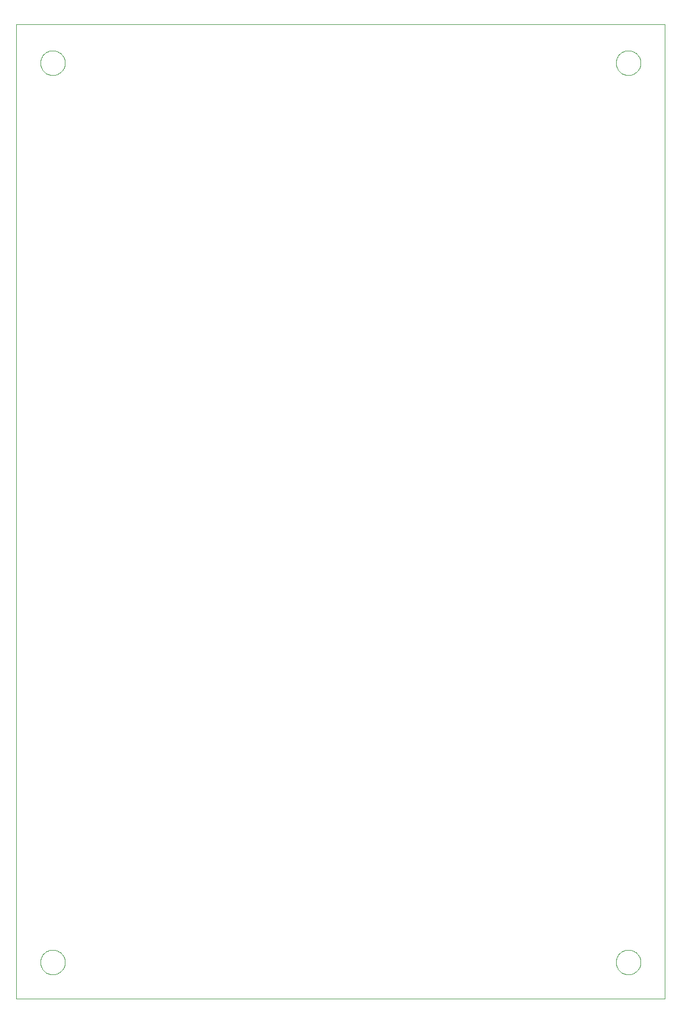
<source format=gko>
G75*
%MOIN*%
%OFA0B0*%
%FSLAX24Y24*%
%IPPOS*%
%LPD*%
%AMOC8*
5,1,8,0,0,1.08239X$1,22.5*
%
%ADD10C,0.0000*%
D10*
X003651Y000200D02*
X003651Y060320D01*
X043643Y060320D01*
X043643Y000200D01*
X003651Y000200D01*
X005141Y002450D02*
X005143Y002505D01*
X005149Y002559D01*
X005159Y002613D01*
X005172Y002667D01*
X005190Y002719D01*
X005211Y002769D01*
X005236Y002818D01*
X005264Y002865D01*
X005296Y002910D01*
X005331Y002952D01*
X005368Y002992D01*
X005409Y003029D01*
X005452Y003063D01*
X005497Y003094D01*
X005545Y003121D01*
X005594Y003145D01*
X005645Y003166D01*
X005698Y003182D01*
X005751Y003195D01*
X005805Y003204D01*
X005860Y003209D01*
X005915Y003210D01*
X005970Y003207D01*
X006024Y003200D01*
X006078Y003189D01*
X006131Y003174D01*
X006182Y003156D01*
X006233Y003134D01*
X006281Y003108D01*
X006328Y003079D01*
X006372Y003047D01*
X006414Y003011D01*
X006453Y002973D01*
X006489Y002931D01*
X006522Y002888D01*
X006552Y002842D01*
X006579Y002794D01*
X006602Y002744D01*
X006621Y002693D01*
X006637Y002640D01*
X006649Y002586D01*
X006657Y002532D01*
X006661Y002477D01*
X006661Y002423D01*
X006657Y002368D01*
X006649Y002314D01*
X006637Y002260D01*
X006621Y002207D01*
X006602Y002156D01*
X006579Y002106D01*
X006552Y002058D01*
X006522Y002012D01*
X006489Y001969D01*
X006453Y001927D01*
X006414Y001889D01*
X006372Y001853D01*
X006328Y001821D01*
X006281Y001792D01*
X006233Y001766D01*
X006182Y001744D01*
X006131Y001726D01*
X006078Y001711D01*
X006024Y001700D01*
X005970Y001693D01*
X005915Y001690D01*
X005860Y001691D01*
X005805Y001696D01*
X005751Y001705D01*
X005698Y001718D01*
X005645Y001734D01*
X005594Y001755D01*
X005545Y001779D01*
X005497Y001806D01*
X005452Y001837D01*
X005409Y001871D01*
X005368Y001908D01*
X005331Y001948D01*
X005296Y001990D01*
X005264Y002035D01*
X005236Y002082D01*
X005211Y002131D01*
X005190Y002181D01*
X005172Y002233D01*
X005159Y002287D01*
X005149Y002341D01*
X005143Y002395D01*
X005141Y002450D01*
X040641Y002450D02*
X040643Y002505D01*
X040649Y002559D01*
X040659Y002613D01*
X040672Y002667D01*
X040690Y002719D01*
X040711Y002769D01*
X040736Y002818D01*
X040764Y002865D01*
X040796Y002910D01*
X040831Y002952D01*
X040868Y002992D01*
X040909Y003029D01*
X040952Y003063D01*
X040997Y003094D01*
X041045Y003121D01*
X041094Y003145D01*
X041145Y003166D01*
X041198Y003182D01*
X041251Y003195D01*
X041305Y003204D01*
X041360Y003209D01*
X041415Y003210D01*
X041470Y003207D01*
X041524Y003200D01*
X041578Y003189D01*
X041631Y003174D01*
X041682Y003156D01*
X041733Y003134D01*
X041781Y003108D01*
X041828Y003079D01*
X041872Y003047D01*
X041914Y003011D01*
X041953Y002973D01*
X041989Y002931D01*
X042022Y002888D01*
X042052Y002842D01*
X042079Y002794D01*
X042102Y002744D01*
X042121Y002693D01*
X042137Y002640D01*
X042149Y002586D01*
X042157Y002532D01*
X042161Y002477D01*
X042161Y002423D01*
X042157Y002368D01*
X042149Y002314D01*
X042137Y002260D01*
X042121Y002207D01*
X042102Y002156D01*
X042079Y002106D01*
X042052Y002058D01*
X042022Y002012D01*
X041989Y001969D01*
X041953Y001927D01*
X041914Y001889D01*
X041872Y001853D01*
X041828Y001821D01*
X041781Y001792D01*
X041733Y001766D01*
X041682Y001744D01*
X041631Y001726D01*
X041578Y001711D01*
X041524Y001700D01*
X041470Y001693D01*
X041415Y001690D01*
X041360Y001691D01*
X041305Y001696D01*
X041251Y001705D01*
X041198Y001718D01*
X041145Y001734D01*
X041094Y001755D01*
X041045Y001779D01*
X040997Y001806D01*
X040952Y001837D01*
X040909Y001871D01*
X040868Y001908D01*
X040831Y001948D01*
X040796Y001990D01*
X040764Y002035D01*
X040736Y002082D01*
X040711Y002131D01*
X040690Y002181D01*
X040672Y002233D01*
X040659Y002287D01*
X040649Y002341D01*
X040643Y002395D01*
X040641Y002450D01*
X040641Y057950D02*
X040643Y058005D01*
X040649Y058059D01*
X040659Y058113D01*
X040672Y058167D01*
X040690Y058219D01*
X040711Y058269D01*
X040736Y058318D01*
X040764Y058365D01*
X040796Y058410D01*
X040831Y058452D01*
X040868Y058492D01*
X040909Y058529D01*
X040952Y058563D01*
X040997Y058594D01*
X041045Y058621D01*
X041094Y058645D01*
X041145Y058666D01*
X041198Y058682D01*
X041251Y058695D01*
X041305Y058704D01*
X041360Y058709D01*
X041415Y058710D01*
X041470Y058707D01*
X041524Y058700D01*
X041578Y058689D01*
X041631Y058674D01*
X041682Y058656D01*
X041733Y058634D01*
X041781Y058608D01*
X041828Y058579D01*
X041872Y058547D01*
X041914Y058511D01*
X041953Y058473D01*
X041989Y058431D01*
X042022Y058388D01*
X042052Y058342D01*
X042079Y058294D01*
X042102Y058244D01*
X042121Y058193D01*
X042137Y058140D01*
X042149Y058086D01*
X042157Y058032D01*
X042161Y057977D01*
X042161Y057923D01*
X042157Y057868D01*
X042149Y057814D01*
X042137Y057760D01*
X042121Y057707D01*
X042102Y057656D01*
X042079Y057606D01*
X042052Y057558D01*
X042022Y057512D01*
X041989Y057469D01*
X041953Y057427D01*
X041914Y057389D01*
X041872Y057353D01*
X041828Y057321D01*
X041781Y057292D01*
X041733Y057266D01*
X041682Y057244D01*
X041631Y057226D01*
X041578Y057211D01*
X041524Y057200D01*
X041470Y057193D01*
X041415Y057190D01*
X041360Y057191D01*
X041305Y057196D01*
X041251Y057205D01*
X041198Y057218D01*
X041145Y057234D01*
X041094Y057255D01*
X041045Y057279D01*
X040997Y057306D01*
X040952Y057337D01*
X040909Y057371D01*
X040868Y057408D01*
X040831Y057448D01*
X040796Y057490D01*
X040764Y057535D01*
X040736Y057582D01*
X040711Y057631D01*
X040690Y057681D01*
X040672Y057733D01*
X040659Y057787D01*
X040649Y057841D01*
X040643Y057895D01*
X040641Y057950D01*
X005141Y057950D02*
X005143Y058005D01*
X005149Y058059D01*
X005159Y058113D01*
X005172Y058167D01*
X005190Y058219D01*
X005211Y058269D01*
X005236Y058318D01*
X005264Y058365D01*
X005296Y058410D01*
X005331Y058452D01*
X005368Y058492D01*
X005409Y058529D01*
X005452Y058563D01*
X005497Y058594D01*
X005545Y058621D01*
X005594Y058645D01*
X005645Y058666D01*
X005698Y058682D01*
X005751Y058695D01*
X005805Y058704D01*
X005860Y058709D01*
X005915Y058710D01*
X005970Y058707D01*
X006024Y058700D01*
X006078Y058689D01*
X006131Y058674D01*
X006182Y058656D01*
X006233Y058634D01*
X006281Y058608D01*
X006328Y058579D01*
X006372Y058547D01*
X006414Y058511D01*
X006453Y058473D01*
X006489Y058431D01*
X006522Y058388D01*
X006552Y058342D01*
X006579Y058294D01*
X006602Y058244D01*
X006621Y058193D01*
X006637Y058140D01*
X006649Y058086D01*
X006657Y058032D01*
X006661Y057977D01*
X006661Y057923D01*
X006657Y057868D01*
X006649Y057814D01*
X006637Y057760D01*
X006621Y057707D01*
X006602Y057656D01*
X006579Y057606D01*
X006552Y057558D01*
X006522Y057512D01*
X006489Y057469D01*
X006453Y057427D01*
X006414Y057389D01*
X006372Y057353D01*
X006328Y057321D01*
X006281Y057292D01*
X006233Y057266D01*
X006182Y057244D01*
X006131Y057226D01*
X006078Y057211D01*
X006024Y057200D01*
X005970Y057193D01*
X005915Y057190D01*
X005860Y057191D01*
X005805Y057196D01*
X005751Y057205D01*
X005698Y057218D01*
X005645Y057234D01*
X005594Y057255D01*
X005545Y057279D01*
X005497Y057306D01*
X005452Y057337D01*
X005409Y057371D01*
X005368Y057408D01*
X005331Y057448D01*
X005296Y057490D01*
X005264Y057535D01*
X005236Y057582D01*
X005211Y057631D01*
X005190Y057681D01*
X005172Y057733D01*
X005159Y057787D01*
X005149Y057841D01*
X005143Y057895D01*
X005141Y057950D01*
M02*

</source>
